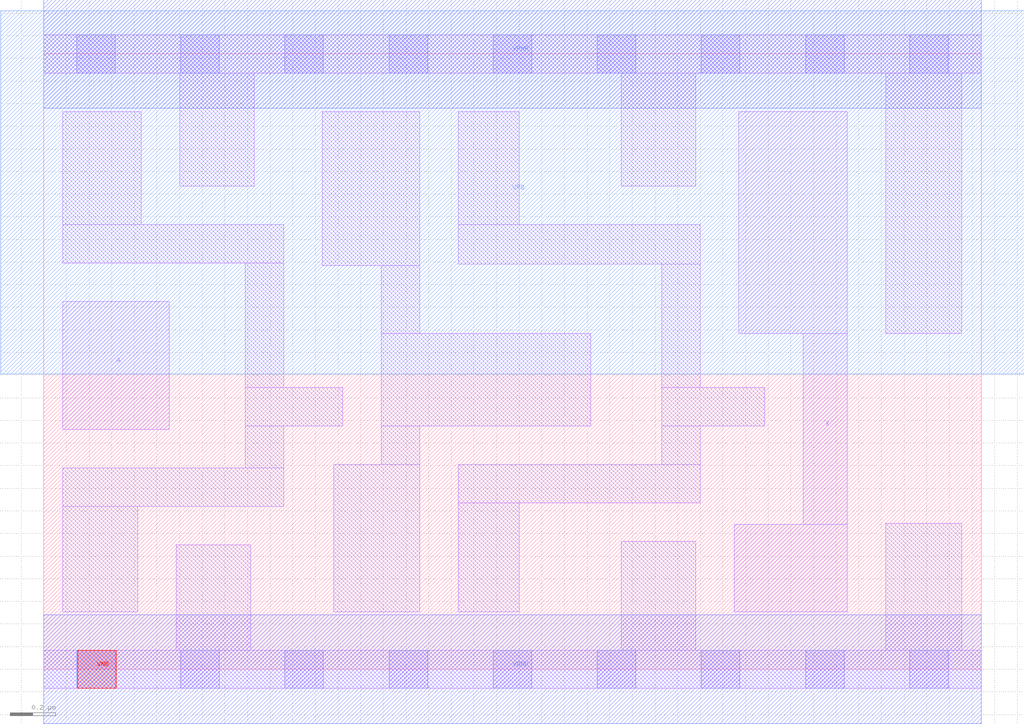
<source format=lef>
# Copyright 2020 The SkyWater PDK Authors
#
# Licensed under the Apache License, Version 2.0 (the "License");
# you may not use this file except in compliance with the License.
# You may obtain a copy of the License at
#
#     https://www.apache.org/licenses/LICENSE-2.0
#
# Unless required by applicable law or agreed to in writing, software
# distributed under the License is distributed on an "AS IS" BASIS,
# WITHOUT WARRANTIES OR CONDITIONS OF ANY KIND, either express or implied.
# See the License for the specific language governing permissions and
# limitations under the License.
#
# SPDX-License-Identifier: Apache-2.0

VERSION 5.7 ;
  NOWIREEXTENSIONATPIN ON ;
  DIVIDERCHAR "/" ;
  BUSBITCHARS "[]" ;
MACRO sky130_fd_sc_hd__clkdlybuf4s15_2
  CLASS CORE ;
  FOREIGN sky130_fd_sc_hd__clkdlybuf4s15_2 ;
  ORIGIN  0.000000  0.000000 ;
  SIZE  4.140000 BY  2.720000 ;
  SYMMETRY X Y R90 ;
  SITE unithd ;
  PIN A
    ANTENNAGATEAREA  0.213000 ;
    DIRECTION INPUT ;
    USE SIGNAL ;
    PORT
      LAYER li1 ;
        RECT 0.085000 1.060000 0.555000 1.625000 ;
    END
  END A
  PIN VNB
    PORT
      LAYER pwell ;
        RECT 0.150000 -0.085000 0.320000 0.085000 ;
    END
  END VNB
  PIN VPB
    PORT
      LAYER nwell ;
        RECT -0.190000 1.305000 4.330000 2.910000 ;
    END
  END VPB
  PIN X
    ANTENNADIFFAREA  0.397600 ;
    DIRECTION OUTPUT ;
    USE SIGNAL ;
    PORT
      LAYER li1 ;
        RECT 3.050000 0.255000 3.550000 0.640000 ;
        RECT 3.070000 1.485000 3.550000 2.465000 ;
        RECT 3.355000 0.640000 3.550000 1.485000 ;
    END
  END X
  PIN VGND
    DIRECTION INOUT ;
    SHAPE ABUTMENT ;
    USE GROUND ;
    PORT
      LAYER met1 ;
        RECT 0.000000 -0.240000 4.140000 0.240000 ;
    END
  END VGND
  PIN VPWR
    DIRECTION INOUT ;
    SHAPE ABUTMENT ;
    USE POWER ;
    PORT
      LAYER met1 ;
        RECT 0.000000 2.480000 4.140000 2.960000 ;
    END
  END VPWR
  OBS
    LAYER li1 ;
      RECT 0.000000 -0.085000 4.140000 0.085000 ;
      RECT 0.000000  2.635000 4.140000 2.805000 ;
      RECT 0.085000  0.255000 0.415000 0.720000 ;
      RECT 0.085000  0.720000 1.060000 0.890000 ;
      RECT 0.085000  1.795000 1.060000 1.965000 ;
      RECT 0.085000  1.965000 0.430000 2.465000 ;
      RECT 0.585000  0.085000 0.915000 0.550000 ;
      RECT 0.600000  2.135000 0.930000 2.635000 ;
      RECT 0.890000  0.890000 1.060000 1.075000 ;
      RECT 0.890000  1.075000 1.320000 1.245000 ;
      RECT 0.890000  1.245000 1.060000 1.795000 ;
      RECT 1.230000  1.785000 1.660000 2.465000 ;
      RECT 1.280000  0.255000 1.660000 0.905000 ;
      RECT 1.490000  0.905000 1.660000 1.075000 ;
      RECT 1.490000  1.075000 2.415000 1.485000 ;
      RECT 1.490000  1.485000 1.660000 1.785000 ;
      RECT 1.830000  0.255000 2.100000 0.735000 ;
      RECT 1.830000  0.735000 2.900000 0.905000 ;
      RECT 1.830000  1.790000 2.900000 1.965000 ;
      RECT 1.830000  1.965000 2.100000 2.465000 ;
      RECT 2.550000  0.085000 2.880000 0.565000 ;
      RECT 2.550000  2.135000 2.880000 2.635000 ;
      RECT 2.730000  0.905000 2.900000 1.075000 ;
      RECT 2.730000  1.075000 3.185000 1.245000 ;
      RECT 2.730000  1.245000 2.900000 1.790000 ;
      RECT 3.720000  0.085000 4.055000 0.645000 ;
      RECT 3.720000  1.485000 4.055000 2.635000 ;
    LAYER mcon ;
      RECT 0.145000 -0.085000 0.315000 0.085000 ;
      RECT 0.145000  2.635000 0.315000 2.805000 ;
      RECT 0.605000 -0.085000 0.775000 0.085000 ;
      RECT 0.605000  2.635000 0.775000 2.805000 ;
      RECT 1.065000 -0.085000 1.235000 0.085000 ;
      RECT 1.065000  2.635000 1.235000 2.805000 ;
      RECT 1.525000 -0.085000 1.695000 0.085000 ;
      RECT 1.525000  2.635000 1.695000 2.805000 ;
      RECT 1.985000 -0.085000 2.155000 0.085000 ;
      RECT 1.985000  2.635000 2.155000 2.805000 ;
      RECT 2.445000 -0.085000 2.615000 0.085000 ;
      RECT 2.445000  2.635000 2.615000 2.805000 ;
      RECT 2.905000 -0.085000 3.075000 0.085000 ;
      RECT 2.905000  2.635000 3.075000 2.805000 ;
      RECT 3.365000 -0.085000 3.535000 0.085000 ;
      RECT 3.365000  2.635000 3.535000 2.805000 ;
      RECT 3.825000 -0.085000 3.995000 0.085000 ;
      RECT 3.825000  2.635000 3.995000 2.805000 ;
  END
END sky130_fd_sc_hd__clkdlybuf4s15_2
END LIBRARY

</source>
